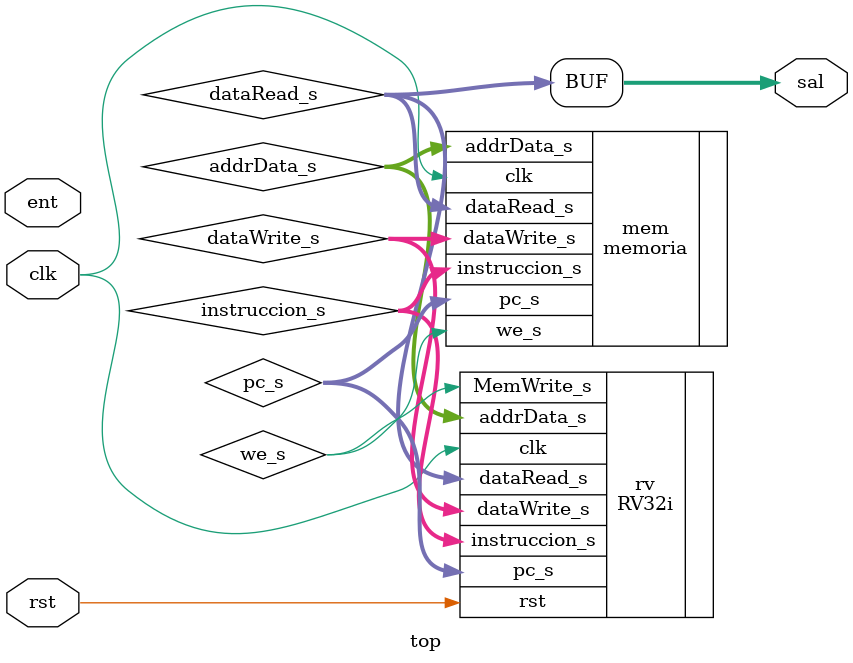
<source format=v>
module top (
    input wire clk,rst,
    input wire [31:0] ent,
    output wire [31:0] sal
);


wire  we_s;
wire [15:0] pc_s,addrData_s;
wire [31:0] dataWrite_s;
wire [31:0] instruccion_s,dataRead_s;

RV32i rv(
    .clk(clk),
    .rst(rst),
    .instruccion_s(instruccion_s),
    .dataRead_s(dataRead_s),
    .MemWrite_s(we_s),
    .pc_s(pc_s),
    .addrData_s(addrData_s),
    .dataWrite_s(dataWrite_s)
);

memoria mem (
    .clk(clk),
    .we_s(we_s),
    .pc_s(pc_s),
    .addrData_s(addrData_s),
    .dataWrite_s(dataWrite_s),
    .instruccion_s(instruccion_s),
    .dataRead_s(dataRead_s)
);

assign sal= dataRead_s;

endmodule
</source>
